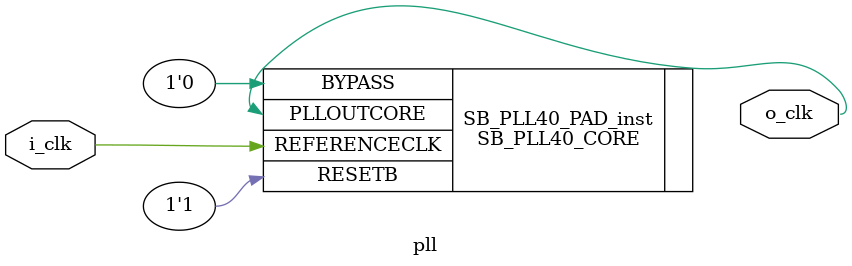
<source format=v>
module pll (
    input i_clk,
    output o_clk
);
  // Generated by icepll -i 12 -o 16
  //
  // F_PLLIN:    12.000 MHz (given)
  // F_PLLOUT:   16.000 MHz (requested)
  // F_PLLOUT:   15.938 MHz (achieved)
  // 
  // FEEDBACK: SIMPLE
  // F_PFD:   12.000 MHz
  // F_VCO:  1020.000 MHz
  // 
  // DIVR:  0 (4'b0000)
  // DIVF: 63 (7'b1010100)
  // DIVQ:  5 (3'b110)
  // 
  // FILTER_RANGE: 1 (3'b001)
  
  // Phase locked loop
  SB_PLL40_CORE #(
    .FEEDBACK_PATH("SIMPLE"),
    .PLLOUT_SELECT("GENCLK"),
    .DIVR(4'b0000),
    .DIVF(7'b1010100),
    .DIVQ(3'b110),
    .FILTER_RANGE(3'b001),
  ) SB_PLL40_PAD_inst (
    .RESETB(1'b1),
    .BYPASS(1'b0),
    .REFERENCECLK(i_clk),
    .PLLOUTCORE(o_clk)
  );

endmodule

</source>
